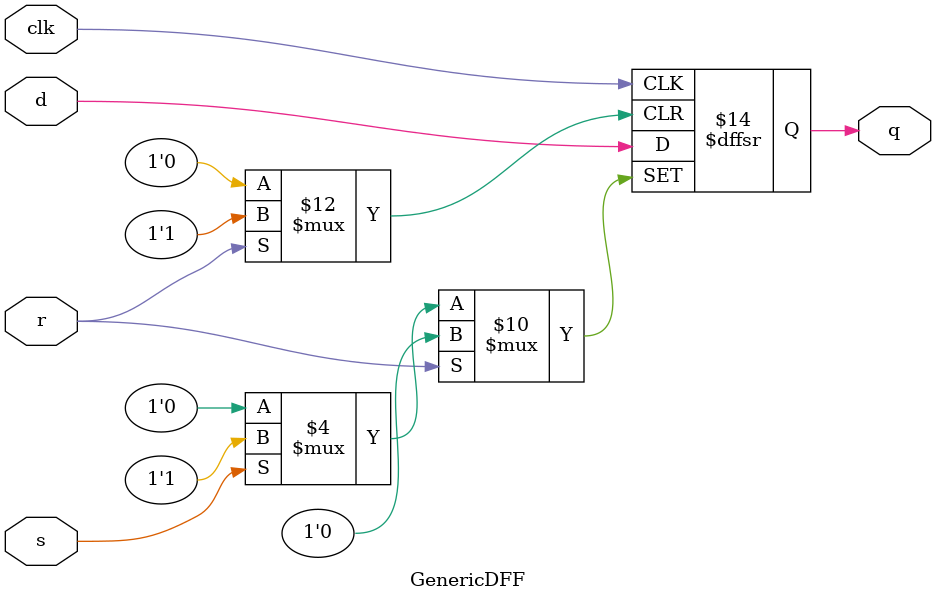
<source format=v>

module GenericDFF
    (
        input d,
        input clk,
        input r,
        input s,
        output reg q
    );

    always @ (posedge clk or posedge r or posedge s)
        if (s)
            q <= 1;
        else if (r)
            q <= 0;
        else
            q <= d;

endmodule


</source>
